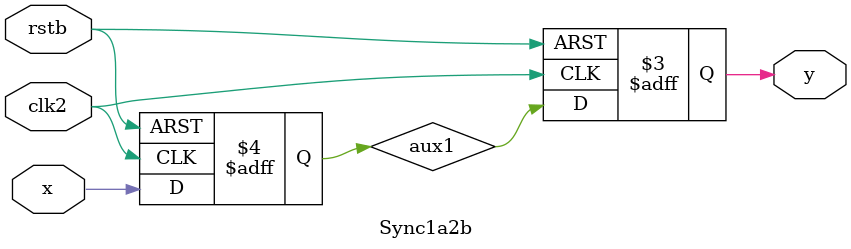
<source format=v>
`timescale 1ns / 1ps
module Sync1a2b(x,rstb,/*clk1,*/clk2,y);
    input x;
    input rstb;
    //input clk1;
    input clk2;
    output y;

reg	aux1, y;


always @(posedge clk2 or negedge rstb)
begin
	if (!rstb)
		begin
			aux1 <= 0;
			y <= 0;
		end
	else
		begin
			aux1 <= x;
			y <= aux1;
		end
end

endmodule




</source>
